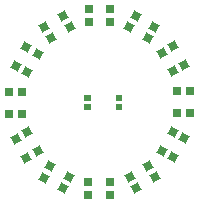
<source format=gbr>
%TF.GenerationSoftware,KiCad,Pcbnew,6.0.8-f2edbf62ab~116~ubuntu20.04.1*%
%TF.CreationDate,2022-10-17T17:20:23+03:00*%
%TF.ProjectId,nicla_sense,6e69636c-615f-4736-956e-73652e6b6963,rev?*%
%TF.SameCoordinates,Original*%
%TF.FileFunction,Paste,Top*%
%TF.FilePolarity,Positive*%
%FSLAX46Y46*%
G04 Gerber Fmt 4.6, Leading zero omitted, Abs format (unit mm)*
G04 Created by KiCad (PCBNEW 6.0.8-f2edbf62ab~116~ubuntu20.04.1) date 2022-10-17 17:20:23*
%MOMM*%
%LPD*%
G01*
G04 APERTURE LIST*
G04 Aperture macros list*
%AMRotRect*
0 Rectangle, with rotation*
0 The origin of the aperture is its center*
0 $1 length*
0 $2 width*
0 $3 Rotation angle, in degrees counterclockwise*
0 Add horizontal line*
21,1,$1,$2,0,0,$3*%
G04 Aperture macros list end*
%ADD10C,0.010000*%
%ADD11RotRect,0.700000X0.700000X150.000000*%
%ADD12RotRect,0.700000X0.700000X330.000000*%
%ADD13RotRect,0.700000X0.700000X300.000000*%
%ADD14RotRect,0.700000X0.700000X120.000000*%
%ADD15R,0.700000X0.700000*%
%ADD16RotRect,0.700000X0.700000X30.000000*%
%ADD17RotRect,0.700000X0.700000X210.000000*%
%ADD18RotRect,0.700000X0.700000X240.000000*%
%ADD19RotRect,0.700000X0.700000X60.000000*%
G04 APERTURE END LIST*
%TO.C,S1*%
G36*
X147930000Y-102460000D02*
G01*
X147480000Y-102460000D01*
X147480000Y-102010000D01*
X147930000Y-102010000D01*
X147930000Y-102460000D01*
G37*
D10*
X147930000Y-102460000D02*
X147480000Y-102460000D01*
X147480000Y-102010000D01*
X147930000Y-102010000D01*
X147930000Y-102460000D01*
G36*
X145280000Y-102460000D02*
G01*
X144830000Y-102460000D01*
X144830000Y-102010000D01*
X145280000Y-102010000D01*
X145280000Y-102460000D01*
G37*
X145280000Y-102460000D02*
X144830000Y-102460000D01*
X144830000Y-102010000D01*
X145280000Y-102010000D01*
X145280000Y-102460000D01*
G36*
X147930000Y-101710000D02*
G01*
X147480000Y-101710000D01*
X147480000Y-101260000D01*
X147930000Y-101260000D01*
X147930000Y-101710000D01*
G37*
X147930000Y-101710000D02*
X147480000Y-101710000D01*
X147480000Y-101260000D01*
X147930000Y-101260000D01*
X147930000Y-101710000D01*
G36*
X145280000Y-101710000D02*
G01*
X144830000Y-101710000D01*
X144830000Y-101260000D01*
X145280000Y-101260000D01*
X145280000Y-101710000D01*
G37*
X145280000Y-101710000D02*
X144830000Y-101710000D01*
X144830000Y-101260000D01*
X145280000Y-101260000D01*
X145280000Y-101710000D01*
%TD*%
D11*
%TO.C,D6*%
X142987413Y-109173814D03*
X143537413Y-108221186D03*
D12*
X141952587Y-107306186D03*
X141402587Y-108258814D03*
%TD*%
D13*
%TO.C,D11*%
X152358814Y-97132587D03*
X151406186Y-97682587D03*
D14*
X152321186Y-99267413D03*
X153273814Y-98717413D03*
%TD*%
D15*
%TO.C,D7*%
X147005000Y-109740000D03*
X147005000Y-108640000D03*
X145175000Y-108640000D03*
X145175000Y-109740000D03*
%TD*%
D16*
%TO.C,D2*%
X141446984Y-95511186D03*
X141996984Y-96463814D03*
D17*
X143581810Y-95548814D03*
X143031810Y-94596186D03*
%TD*%
D12*
%TO.C,D12*%
X149182587Y-94596186D03*
X148632587Y-95548814D03*
D11*
X150217413Y-96463814D03*
X150767413Y-95511186D03*
%TD*%
D18*
%TO.C,D9*%
X153273814Y-104942587D03*
X152321186Y-104392587D03*
D19*
X151406186Y-105977413D03*
X152358814Y-106527413D03*
%TD*%
D17*
%TO.C,D8*%
X150793017Y-108218814D03*
X150243017Y-107266186D03*
D16*
X148658191Y-108181186D03*
X149208191Y-109133814D03*
%TD*%
D15*
%TO.C,D4*%
X138440000Y-102858522D03*
X139540000Y-102858522D03*
X139540000Y-101028522D03*
X138440000Y-101028522D03*
%TD*%
%TO.C,D10*%
X153800000Y-100935000D03*
X152700000Y-100935000D03*
X152700000Y-102765000D03*
X153800000Y-102765000D03*
%TD*%
%TO.C,D1*%
X145205000Y-93990000D03*
X145205000Y-95090000D03*
X147035000Y-95090000D03*
X147035000Y-93990000D03*
%TD*%
D14*
%TO.C,D5*%
X139921186Y-106567413D03*
X140873814Y-106017413D03*
D13*
X139958814Y-104432587D03*
X139006186Y-104982587D03*
%TD*%
D19*
%TO.C,D3*%
X139006186Y-98817413D03*
X139958814Y-99367413D03*
D18*
X140873814Y-97782587D03*
X139921186Y-97232587D03*
%TD*%
M02*

</source>
